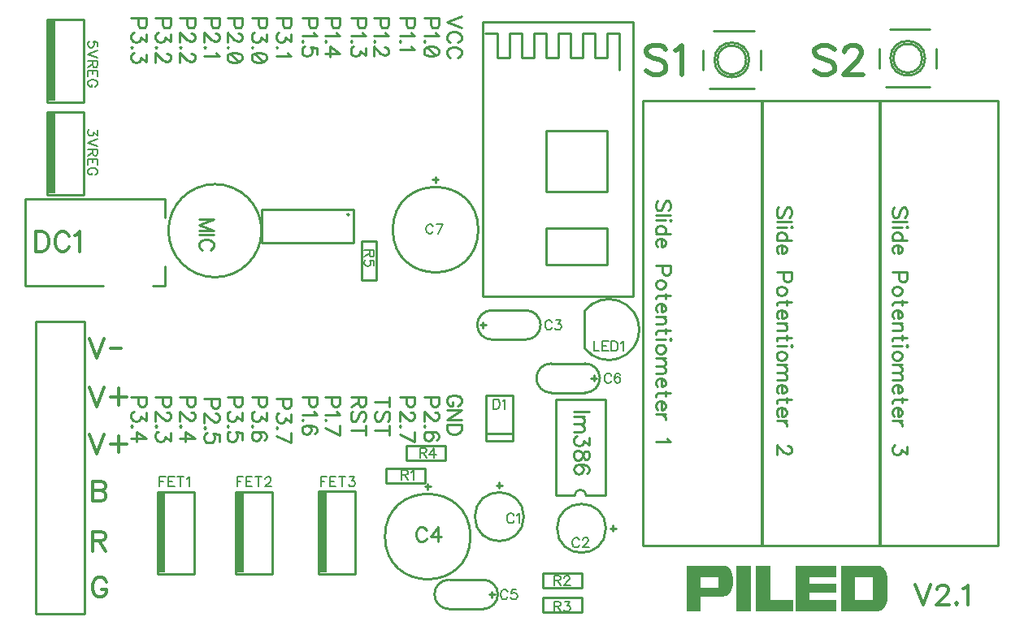
<source format=gbr>
G04 DipTrace 2.3.0.3*
%INTopSilk.gbr*%
%MOIN*%
%ADD10C,0.0098*%
%ADD12C,0.003*%
%ADD65C,0.0093*%
%ADD66C,0.0062*%
%ADD67C,0.0185*%
%ADD68C,0.0124*%
%FSLAX44Y44*%
G04*
G70*
G90*
G75*
G01*
%LNTopSilk*%
%LPD*%
X6382Y24882D2*
D10*
X4882D1*
Y21507D1*
X6382D1*
Y24882D1*
G36*
X5194Y24820D2*
X4882D1*
Y21570D1*
X5194D1*
Y24820D1*
G37*
X6382Y28682D2*
D10*
X4882D1*
Y25307D1*
X6382D1*
Y28682D1*
G36*
X5194Y28620D2*
X4882D1*
Y25370D1*
X5194D1*
Y28620D1*
G37*
X23297Y9580D2*
D10*
X23533D1*
X23415Y9698D2*
Y9462D1*
X22415Y8281D2*
G02X22415Y8281I1000J0D01*
G01*
X28083Y7924D2*
Y7688D1*
X28201Y7806D2*
X27965D1*
X25784D2*
G02X25784Y7806I1000J0D01*
G01*
X23108Y15555D2*
X24507D1*
X23108Y16755D2*
X24507D1*
Y15555D2*
G03X24507Y16755I1J600D01*
G01*
X23108D2*
G03X23108Y15555I-1J-600D01*
G01*
X22745Y16037D2*
Y16273D1*
X22627Y16155D2*
X22863D1*
X20359Y9527D2*
X20595D1*
X20477Y9645D2*
Y9409D1*
X18725Y7465D2*
G02X18725Y7465I1752J0D01*
G01*
X22752Y5694D2*
X21354D1*
X22752Y4494D2*
X21354D1*
Y5694D2*
G03X21354Y4494I-1J-600D01*
G01*
X22752D2*
G03X22752Y5694I1J600D01*
G01*
X23116Y5213D2*
Y4976D1*
X23234Y5094D2*
X22998D1*
X26936Y14571D2*
X25537D1*
X26936Y13371D2*
X25537D1*
Y14571D2*
G03X25537Y13371I-1J-600D01*
G01*
X26936D2*
G03X26936Y14571I1J600D01*
G01*
X27300Y14089D2*
Y13852D1*
X27418Y13971D2*
X27182D1*
X20681Y22127D2*
X20917D1*
X20799Y22245D2*
Y22009D1*
X19047Y20065D2*
G02X19047Y20065I1752J0D01*
G01*
X23967Y11393D2*
X22865D1*
Y11413D2*
Y13265D1*
X23967Y11692D2*
X22865D1*
X23967Y13265D2*
X22865D1*
X23967Y11413D2*
Y13265D1*
X14118Y9302D2*
X12618D1*
Y5927D1*
X14118D1*
Y9302D1*
G36*
X12930Y9240D2*
X12618D1*
Y5990D1*
X12930D1*
Y9240D1*
G37*
X10902Y9312D2*
D10*
X9402D1*
Y5937D1*
X10902D1*
Y9312D1*
G36*
X9714Y9250D2*
X9402D1*
Y6000D1*
X9714D1*
Y9250D1*
G37*
X17514Y9321D2*
D10*
X16014D1*
Y5946D1*
X17514D1*
Y9321D1*
G36*
X16326Y9258D2*
X16014D1*
Y6008D1*
X16326D1*
Y9258D1*
G37*
X9693Y18559D2*
D10*
Y17772D1*
X3984Y21315D2*
X9693D1*
Y20548D1*
Y17772D2*
X9200D1*
X7153D2*
X3984D1*
Y21315D1*
X26907Y15215D2*
Y16714D1*
X26909Y15212D2*
G03X26909Y16717I998J752D01*
G01*
X25719Y9150D2*
Y13087D1*
X27767D2*
X25719D1*
X27767Y9150D2*
Y13087D1*
Y9150D2*
X26979D1*
X25719D2*
X26507D1*
X26979D2*
G03X26507Y9150I-236J0D01*
G01*
X9845Y20025D2*
G02X9845Y20025I1909J0D01*
G01*
X18753Y10277D2*
Y9677D1*
X20356Y10277D2*
X18753D1*
X20356D2*
Y9677D1*
X18753D1*
X26812Y5352D2*
Y5952D1*
X25209Y5352D2*
X26812D1*
X25209D2*
Y5952D1*
X26812D1*
Y4362D2*
Y4962D1*
X25209Y4362D2*
X26812D1*
X25209D2*
Y4962D1*
X26812D1*
X21196Y10604D2*
Y11203D1*
X19593Y10604D2*
X21196D1*
X19593D2*
Y11203D1*
X21196D1*
X17767Y18003D2*
X18367D1*
X17767Y19606D2*
Y18003D1*
Y19606D2*
X18367D1*
Y18003D1*
X32240Y27035D2*
G02X32240Y27035I709J0D01*
G01*
X32043Y25854D2*
X33855D1*
X34130Y26641D2*
Y27429D1*
X33855Y28216D2*
X32201D1*
X31768Y27429D2*
Y26641D1*
X32359Y27035D2*
G02X32359Y27035I590J0D01*
G01*
X39458Y27105D2*
G02X39458Y27105I709J0D01*
G01*
X39261Y25924D2*
X41072D1*
X41348Y26711D2*
Y27499D1*
X41072Y28286D2*
X39419D1*
X38986Y27499D2*
Y26711D1*
X39576Y27105D2*
G02X39576Y27105I590J0D01*
G01*
X43883Y25362D2*
X39002D1*
Y7095D1*
X43883D1*
Y25362D1*
X39043Y25359D2*
X34161D1*
Y7091D1*
X39043D1*
Y25359D1*
X34198Y25362D2*
X29316D1*
Y7095D1*
X34198D1*
Y25362D1*
X17434Y20903D2*
X13684D1*
Y19528D1*
X17434D1*
Y20903D1*
X17184Y20684D2*
G02X17184Y20684I31J0D01*
G01*
X6407Y16295D2*
X4407D1*
Y4295D1*
X6407D1*
Y16295D1*
X22719Y28581D2*
X28917D1*
Y17329D1*
X22719D1*
Y28581D1*
X22827Y28145D2*
X23326D1*
Y27144D1*
X23826D1*
Y28145D1*
X24327D1*
Y27144D2*
Y28145D1*
X24827D2*
X25327D1*
X25826D2*
X26327D1*
X26827D2*
X27327D1*
X24327Y27144D2*
X24827D1*
Y28145D1*
X25327D2*
Y27144D1*
X25826D1*
Y28145D1*
X26327D2*
Y27144D1*
X26827D1*
Y28145D1*
X27327D2*
Y27144D1*
X27826D1*
Y28145D2*
Y27144D1*
Y28145D2*
X28327D1*
Y26645D1*
X25327Y20145D2*
X27826D1*
Y18644D1*
X25327D1*
Y20145D1*
Y24144D2*
X27826D1*
Y21645D1*
X25327D1*
Y24144D1*
X31099Y6278D2*
D12*
X32629D1*
X33139D2*
X33709D1*
X33949D2*
X34489D1*
X35569D2*
X37189D1*
X37429D2*
X38899D1*
X31099Y6248D2*
X32691D1*
X33139D2*
X33709D1*
X33949D2*
X34489D1*
X35569D2*
X37189D1*
X37429D2*
X38985D1*
X31099Y6218D2*
X32746D1*
X33139D2*
X33709D1*
X33949D2*
X34489D1*
X35569D2*
X37189D1*
X37429D2*
X39057D1*
X31099Y6188D2*
X32791D1*
X33139D2*
X33709D1*
X33949D2*
X34489D1*
X35569D2*
X37189D1*
X37429D2*
X39113D1*
X31099Y6158D2*
X32826D1*
X33139D2*
X33709D1*
X33949D2*
X34489D1*
X35569D2*
X37189D1*
X37429D2*
X39153D1*
X31099Y6128D2*
X32853D1*
X33139D2*
X33709D1*
X33949D2*
X34489D1*
X35569D2*
X37189D1*
X37429D2*
X39182D1*
X31099Y6098D2*
X32873D1*
X33139D2*
X33709D1*
X33949D2*
X34489D1*
X35569D2*
X37189D1*
X37429D2*
X39206D1*
X31099Y6068D2*
X32890D1*
X33139D2*
X33709D1*
X33949D2*
X34489D1*
X35569D2*
X37189D1*
X37429D2*
X39227D1*
X31099Y6038D2*
X32905D1*
X33139D2*
X33709D1*
X33949D2*
X34489D1*
X35569D2*
X37189D1*
X37429D2*
X39243D1*
X31099Y6008D2*
X32916D1*
X33139D2*
X33709D1*
X33949D2*
X34489D1*
X35569D2*
X37189D1*
X37429D2*
X39253D1*
X31099Y5978D2*
X32923D1*
X33139D2*
X33709D1*
X33949D2*
X34489D1*
X35569D2*
X37189D1*
X37429D2*
X39261D1*
X31099Y5948D2*
X32928D1*
X33139D2*
X33709D1*
X33949D2*
X34489D1*
X35569D2*
X37189D1*
X37429D2*
X39270D1*
X31099Y5918D2*
X32933D1*
X33139D2*
X33709D1*
X33949D2*
X34489D1*
X35569D2*
X37189D1*
X37429D2*
X39278D1*
X31099Y5888D2*
X32941D1*
X33139D2*
X33709D1*
X33949D2*
X34489D1*
X35569D2*
X37189D1*
X37429D2*
X39284D1*
X31099Y5858D2*
X32949D1*
X33139D2*
X33709D1*
X33949D2*
X34489D1*
X35569D2*
X37189D1*
X37429D2*
X39287D1*
X31099Y5828D2*
X32954D1*
X33139D2*
X33709D1*
X33949D2*
X34489D1*
X35569D2*
X37189D1*
X37429D2*
X39288D1*
X31099Y5798D2*
X31639D1*
X32389D2*
X32957D1*
X33139D2*
X33709D1*
X33949D2*
X34489D1*
X35569D2*
X36109D1*
X37429D2*
X37969D1*
X38749D2*
X39289D1*
X31099Y5768D2*
X31639D1*
X32389D2*
X32958D1*
X33139D2*
X33709D1*
X33949D2*
X34489D1*
X35569D2*
X36109D1*
X37429D2*
X37969D1*
X38749D2*
X39289D1*
X31099Y5738D2*
X31639D1*
X32389D2*
X32959D1*
X33139D2*
X33709D1*
X33949D2*
X34489D1*
X35569D2*
X36109D1*
X37429D2*
X37969D1*
X38749D2*
X39289D1*
X31099Y5708D2*
X31639D1*
X32389D2*
X32959D1*
X33139D2*
X33709D1*
X33949D2*
X34489D1*
X35569D2*
X36109D1*
X37429D2*
X37969D1*
X38749D2*
X39289D1*
X31099Y5678D2*
X31639D1*
X32389D2*
X32959D1*
X33139D2*
X33709D1*
X33949D2*
X34489D1*
X35569D2*
X36109D1*
X37429D2*
X37969D1*
X38749D2*
X39289D1*
X31099Y5648D2*
X31639D1*
X32389D2*
X32959D1*
X33139D2*
X33709D1*
X33949D2*
X34489D1*
X35569D2*
X36109D1*
X37429D2*
X37969D1*
X38749D2*
X39289D1*
X31099Y5618D2*
X31639D1*
X32389D2*
X32959D1*
X33139D2*
X33709D1*
X33949D2*
X34489D1*
X35569D2*
X36109D1*
X37429D2*
X37969D1*
X38749D2*
X39289D1*
X31099Y5588D2*
X31639D1*
X32389D2*
X32959D1*
X33139D2*
X33709D1*
X33949D2*
X34489D1*
X35569D2*
X36109D1*
X37429D2*
X37969D1*
X38749D2*
X39289D1*
X31099Y5558D2*
X31639D1*
X32389D2*
X32959D1*
X33139D2*
X33709D1*
X33949D2*
X34489D1*
X35569D2*
X36109D1*
X37429D2*
X37969D1*
X38749D2*
X39289D1*
X31099Y5528D2*
X31639D1*
X32389D2*
X32959D1*
X33139D2*
X33709D1*
X33949D2*
X34489D1*
X35569D2*
X37189D1*
X37429D2*
X37969D1*
X38749D2*
X39289D1*
X31099Y5498D2*
X31639D1*
X32389D2*
X32958D1*
X33139D2*
X33709D1*
X33949D2*
X34489D1*
X35569D2*
X37189D1*
X37429D2*
X37969D1*
X38749D2*
X39289D1*
X31099Y5468D2*
X31639D1*
X32389D2*
X32954D1*
X33139D2*
X33709D1*
X33949D2*
X34489D1*
X35569D2*
X37189D1*
X37429D2*
X37969D1*
X38749D2*
X39289D1*
X31099Y5438D2*
X31639D1*
X32389D2*
X32947D1*
X33139D2*
X33709D1*
X33949D2*
X34489D1*
X35569D2*
X37189D1*
X37429D2*
X37969D1*
X38749D2*
X39289D1*
X31099Y5408D2*
X31639D1*
X32389D2*
X32939D1*
X33139D2*
X33709D1*
X33949D2*
X34489D1*
X35569D2*
X37189D1*
X37429D2*
X37969D1*
X38749D2*
X39289D1*
X31099Y5378D2*
X32933D1*
X33139D2*
X33709D1*
X33949D2*
X34489D1*
X35569D2*
X37189D1*
X37429D2*
X37969D1*
X38749D2*
X39289D1*
X31099Y5348D2*
X32926D1*
X33139D2*
X33709D1*
X33949D2*
X34489D1*
X35569D2*
X37189D1*
X37429D2*
X37969D1*
X38749D2*
X39289D1*
X31099Y5318D2*
X32916D1*
X33139D2*
X33709D1*
X33949D2*
X34489D1*
X35569D2*
X37189D1*
X37429D2*
X37969D1*
X38749D2*
X39289D1*
X31099Y5288D2*
X32904D1*
X33139D2*
X33709D1*
X33949D2*
X34489D1*
X35569D2*
X37189D1*
X37429D2*
X37969D1*
X38749D2*
X39289D1*
X31099Y5258D2*
X32890D1*
X33139D2*
X33709D1*
X33949D2*
X34489D1*
X35569D2*
X37189D1*
X37429D2*
X37969D1*
X38749D2*
X39289D1*
X31099Y5228D2*
X32875D1*
X33139D2*
X33709D1*
X33949D2*
X34489D1*
X35569D2*
X37189D1*
X37429D2*
X37969D1*
X38749D2*
X39289D1*
X31099Y5198D2*
X32856D1*
X33139D2*
X33709D1*
X33949D2*
X34489D1*
X35569D2*
X37189D1*
X37429D2*
X37969D1*
X38749D2*
X39289D1*
X31099Y5168D2*
X32833D1*
X33139D2*
X33709D1*
X33949D2*
X34489D1*
X35569D2*
X36109D1*
X37429D2*
X37969D1*
X38749D2*
X39289D1*
X31099Y5138D2*
X32805D1*
X33139D2*
X33709D1*
X33949D2*
X34489D1*
X35569D2*
X36109D1*
X37429D2*
X37969D1*
X38749D2*
X39289D1*
X31099Y5108D2*
X32769D1*
X33139D2*
X33709D1*
X33949D2*
X34489D1*
X35569D2*
X36109D1*
X37429D2*
X37969D1*
X38749D2*
X39289D1*
X31099Y5078D2*
X32718D1*
X33139D2*
X33709D1*
X33949D2*
X34489D1*
X35569D2*
X36109D1*
X37429D2*
X37969D1*
X38749D2*
X39289D1*
X31099Y5048D2*
X32649D1*
X33139D2*
X33709D1*
X33949D2*
X34489D1*
X35569D2*
X36109D1*
X37429D2*
X37969D1*
X38749D2*
X39289D1*
X31099Y5018D2*
X32569D1*
X33139D2*
X33709D1*
X33949D2*
X34489D1*
X35569D2*
X36109D1*
X37429D2*
X37969D1*
X38749D2*
X39289D1*
X31099Y4988D2*
X31639D1*
X33139D2*
X33709D1*
X33949D2*
X34489D1*
X35569D2*
X36109D1*
X37429D2*
X37969D1*
X38749D2*
X39289D1*
X31099Y4958D2*
X31639D1*
X33139D2*
X33709D1*
X33949D2*
X34489D1*
X35569D2*
X36109D1*
X37429D2*
X37969D1*
X38749D2*
X39289D1*
X31099Y4928D2*
X31639D1*
X33139D2*
X33709D1*
X33949D2*
X34489D1*
X35569D2*
X36109D1*
X37429D2*
X37969D1*
X38749D2*
X39289D1*
X31099Y4898D2*
X31639D1*
X33139D2*
X33709D1*
X33949D2*
X34489D1*
X35569D2*
X36109D1*
X37429D2*
X37969D1*
X38749D2*
X39289D1*
X31099Y4868D2*
X31639D1*
X33139D2*
X33709D1*
X33949D2*
X35449D1*
X35569D2*
X37189D1*
X37429D2*
X39289D1*
X31099Y4838D2*
X31639D1*
X33139D2*
X33709D1*
X33949D2*
X35449D1*
X35569D2*
X37189D1*
X37429D2*
X39288D1*
X31099Y4808D2*
X31639D1*
X33139D2*
X33709D1*
X33949D2*
X35449D1*
X35569D2*
X37189D1*
X37429D2*
X39284D1*
X31099Y4778D2*
X31639D1*
X33139D2*
X33709D1*
X33949D2*
X35449D1*
X35569D2*
X37189D1*
X37429D2*
X39277D1*
X31099Y4748D2*
X31639D1*
X33139D2*
X33709D1*
X33949D2*
X35449D1*
X35569D2*
X37189D1*
X37429D2*
X39268D1*
X31099Y4718D2*
X31639D1*
X33139D2*
X33709D1*
X33949D2*
X35449D1*
X35569D2*
X37189D1*
X37429D2*
X39258D1*
X31099Y4688D2*
X31639D1*
X33139D2*
X33709D1*
X33949D2*
X35449D1*
X35569D2*
X37189D1*
X37429D2*
X39244D1*
X31099Y4658D2*
X31639D1*
X33139D2*
X33709D1*
X33949D2*
X35449D1*
X35569D2*
X37189D1*
X37429D2*
X39226D1*
X31099Y4628D2*
X31639D1*
X33139D2*
X33709D1*
X33949D2*
X35449D1*
X35569D2*
X37189D1*
X37429D2*
X39208D1*
X31099Y4598D2*
X31639D1*
X33139D2*
X33709D1*
X33949D2*
X35449D1*
X35569D2*
X37189D1*
X37429D2*
X39188D1*
X31099Y4568D2*
X31639D1*
X33139D2*
X33709D1*
X33949D2*
X35449D1*
X35569D2*
X37189D1*
X37429D2*
X39163D1*
X31099Y4538D2*
X31639D1*
X33139D2*
X33709D1*
X33949D2*
X35449D1*
X35569D2*
X37189D1*
X37429D2*
X39135D1*
X31099Y4508D2*
X31639D1*
X33139D2*
X33709D1*
X33949D2*
X35449D1*
X35569D2*
X37189D1*
X37429D2*
X39101D1*
X31099Y4478D2*
X31639D1*
X33139D2*
X33709D1*
X33949D2*
X35449D1*
X35569D2*
X37189D1*
X37429D2*
X39054D1*
X31099Y4448D2*
X31639D1*
X33139D2*
X33709D1*
X33949D2*
X35449D1*
X35569D2*
X37189D1*
X37429D2*
X38995D1*
X31099Y4418D2*
X31639D1*
X33139D2*
X33709D1*
X33949D2*
X35449D1*
X35569D2*
X37189D1*
X37429D2*
X38929D1*
X31099Y6278D2*
Y6248D1*
Y6218D1*
Y6188D1*
Y6158D1*
Y6128D1*
Y6098D1*
Y6068D1*
Y6038D1*
Y6008D1*
Y5978D1*
Y5948D1*
Y5918D1*
Y5888D1*
Y5858D1*
Y5828D1*
Y5798D1*
Y5768D1*
Y5738D1*
Y5708D1*
Y5678D1*
Y5648D1*
Y5618D1*
Y5588D1*
Y5558D1*
Y5528D1*
Y5498D1*
Y5468D1*
Y5438D1*
Y5408D1*
Y5378D1*
Y5348D1*
Y5318D1*
Y5288D1*
Y5258D1*
Y5228D1*
Y5198D1*
Y5168D1*
Y5138D1*
Y5108D1*
Y5078D1*
Y5048D1*
Y5018D1*
Y4988D1*
Y4958D1*
Y4928D1*
Y4898D1*
Y4868D1*
Y4838D1*
Y4808D1*
Y4778D1*
Y4748D1*
Y4718D1*
Y4688D1*
Y4658D1*
Y4628D1*
Y4598D1*
Y4568D1*
Y4538D1*
Y4508D1*
Y4478D1*
Y4448D1*
Y4418D1*
X32629Y6278D2*
X32691Y6248D1*
X32746Y6218D1*
X32791Y6188D1*
X32826Y6158D1*
X32853Y6128D1*
X32873Y6098D1*
X32890Y6068D1*
X32905Y6038D1*
X32916Y6008D1*
X32923Y5978D1*
X32928Y5948D1*
X32933Y5918D1*
X32941Y5888D1*
X32949Y5858D1*
X32954Y5828D1*
X32957Y5798D1*
X32958Y5768D1*
X32959Y5738D1*
Y5708D1*
Y5678D1*
Y5648D1*
Y5618D1*
Y5588D1*
Y5558D1*
Y5528D1*
X32958Y5498D1*
X32954Y5468D1*
X32947Y5438D1*
X32939Y5408D1*
X32933Y5378D1*
X32926Y5348D1*
X32916Y5318D1*
X32904Y5288D1*
X32890Y5258D1*
X32875Y5228D1*
X32856Y5198D1*
X32833Y5168D1*
X32805Y5138D1*
X32769Y5108D1*
X32718Y5078D1*
X32649Y5048D1*
X32569Y5018D1*
X33139Y6278D2*
Y6248D1*
Y6218D1*
Y6188D1*
Y6158D1*
Y6128D1*
Y6098D1*
Y6068D1*
Y6038D1*
Y6008D1*
Y5978D1*
Y5948D1*
Y5918D1*
Y5888D1*
Y5858D1*
Y5828D1*
Y5798D1*
Y5768D1*
Y5738D1*
Y5708D1*
Y5678D1*
Y5648D1*
Y5618D1*
Y5588D1*
Y5558D1*
Y5528D1*
Y5498D1*
Y5468D1*
Y5438D1*
Y5408D1*
Y5378D1*
Y5348D1*
Y5318D1*
Y5288D1*
Y5258D1*
Y5228D1*
Y5198D1*
Y5168D1*
Y5138D1*
Y5108D1*
Y5078D1*
Y5048D1*
Y5018D1*
Y4988D1*
Y4958D1*
Y4928D1*
Y4898D1*
Y4868D1*
Y4838D1*
Y4808D1*
Y4778D1*
Y4748D1*
Y4718D1*
Y4688D1*
Y4658D1*
Y4628D1*
Y4598D1*
Y4568D1*
Y4538D1*
Y4508D1*
Y4478D1*
Y4448D1*
Y4418D1*
X33709Y6278D2*
Y6248D1*
Y6218D1*
Y6188D1*
Y6158D1*
Y6128D1*
Y6098D1*
Y6068D1*
Y6038D1*
Y6008D1*
Y5978D1*
Y5948D1*
Y5918D1*
Y5888D1*
Y5858D1*
Y5828D1*
Y5798D1*
Y5768D1*
Y5738D1*
Y5708D1*
Y5678D1*
Y5648D1*
Y5618D1*
Y5588D1*
Y5558D1*
Y5528D1*
Y5498D1*
Y5468D1*
Y5438D1*
Y5408D1*
Y5378D1*
Y5348D1*
Y5318D1*
Y5288D1*
Y5258D1*
Y5228D1*
Y5198D1*
Y5168D1*
Y5138D1*
Y5108D1*
Y5078D1*
Y5048D1*
Y5018D1*
Y4988D1*
Y4958D1*
Y4928D1*
Y4898D1*
Y4868D1*
Y4838D1*
Y4808D1*
Y4778D1*
Y4748D1*
Y4718D1*
Y4688D1*
Y4658D1*
Y4628D1*
Y4598D1*
Y4568D1*
Y4538D1*
Y4508D1*
Y4478D1*
Y4448D1*
Y4418D1*
X33949Y6278D2*
Y6248D1*
Y6218D1*
Y6188D1*
Y6158D1*
Y6128D1*
Y6098D1*
Y6068D1*
Y6038D1*
Y6008D1*
Y5978D1*
Y5948D1*
Y5918D1*
Y5888D1*
Y5858D1*
Y5828D1*
Y5798D1*
Y5768D1*
Y5738D1*
Y5708D1*
Y5678D1*
Y5648D1*
Y5618D1*
Y5588D1*
Y5558D1*
Y5528D1*
Y5498D1*
Y5468D1*
Y5438D1*
Y5408D1*
Y5378D1*
Y5348D1*
Y5318D1*
Y5288D1*
Y5258D1*
Y5228D1*
Y5198D1*
Y5168D1*
Y5138D1*
Y5108D1*
Y5078D1*
Y5048D1*
Y5018D1*
Y4988D1*
Y4958D1*
Y4928D1*
Y4898D1*
Y4868D1*
Y4838D1*
Y4808D1*
Y4778D1*
Y4748D1*
Y4718D1*
Y4688D1*
Y4658D1*
Y4628D1*
Y4598D1*
Y4568D1*
Y4538D1*
Y4508D1*
Y4478D1*
Y4448D1*
Y4418D1*
X34489Y6278D2*
Y6248D1*
Y6218D1*
Y6188D1*
Y6158D1*
Y6128D1*
Y6098D1*
Y6068D1*
Y6038D1*
Y6008D1*
Y5978D1*
Y5948D1*
Y5918D1*
Y5888D1*
Y5858D1*
Y5828D1*
Y5798D1*
Y5768D1*
Y5738D1*
Y5708D1*
Y5678D1*
Y5648D1*
Y5618D1*
Y5588D1*
Y5558D1*
Y5528D1*
Y5498D1*
Y5468D1*
Y5438D1*
Y5408D1*
Y5378D1*
Y5348D1*
Y5318D1*
Y5288D1*
Y5258D1*
Y5228D1*
Y5198D1*
Y5168D1*
Y5138D1*
Y5108D1*
Y5078D1*
Y5048D1*
Y5018D1*
Y4988D1*
Y4958D1*
Y4928D1*
Y4898D1*
Y4868D1*
X35569Y6278D2*
Y6248D1*
Y6218D1*
Y6188D1*
Y6158D1*
Y6128D1*
Y6098D1*
Y6068D1*
Y6038D1*
Y6008D1*
Y5978D1*
Y5948D1*
Y5918D1*
Y5888D1*
Y5858D1*
Y5828D1*
Y5798D1*
Y5768D1*
Y5738D1*
Y5708D1*
Y5678D1*
Y5648D1*
Y5618D1*
Y5588D1*
Y5558D1*
Y5528D1*
Y5498D1*
Y5468D1*
Y5438D1*
Y5408D1*
Y5378D1*
Y5348D1*
Y5318D1*
Y5288D1*
Y5258D1*
Y5228D1*
Y5198D1*
Y5168D1*
Y5138D1*
Y5108D1*
Y5078D1*
Y5048D1*
Y5018D1*
Y4988D1*
Y4958D1*
Y4928D1*
Y4898D1*
Y4868D1*
Y4838D1*
Y4808D1*
Y4778D1*
Y4748D1*
Y4718D1*
Y4688D1*
Y4658D1*
Y4628D1*
Y4598D1*
Y4568D1*
Y4538D1*
Y4508D1*
Y4478D1*
Y4448D1*
Y4418D1*
X37189Y6278D2*
Y6248D1*
Y6218D1*
Y6188D1*
Y6158D1*
Y6128D1*
Y6098D1*
Y6068D1*
Y6038D1*
Y6008D1*
Y5978D1*
Y5948D1*
Y5918D1*
Y5888D1*
Y5858D1*
Y5828D1*
X37429Y6278D2*
Y6248D1*
Y6218D1*
Y6188D1*
Y6158D1*
Y6128D1*
Y6098D1*
Y6068D1*
Y6038D1*
Y6008D1*
Y5978D1*
Y5948D1*
Y5918D1*
Y5888D1*
Y5858D1*
Y5828D1*
Y5798D1*
Y5768D1*
Y5738D1*
Y5708D1*
Y5678D1*
Y5648D1*
Y5618D1*
Y5588D1*
Y5558D1*
Y5528D1*
Y5498D1*
Y5468D1*
Y5438D1*
Y5408D1*
Y5378D1*
Y5348D1*
Y5318D1*
Y5288D1*
Y5258D1*
Y5228D1*
Y5198D1*
Y5168D1*
Y5138D1*
Y5108D1*
Y5078D1*
Y5048D1*
Y5018D1*
Y4988D1*
Y4958D1*
Y4928D1*
Y4898D1*
Y4868D1*
Y4838D1*
Y4808D1*
Y4778D1*
Y4748D1*
Y4718D1*
Y4688D1*
Y4658D1*
Y4628D1*
Y4598D1*
Y4568D1*
Y4538D1*
Y4508D1*
Y4478D1*
Y4448D1*
Y4418D1*
X38899Y6278D2*
X38985Y6248D1*
X39057Y6218D1*
X39113Y6188D1*
X39153Y6158D1*
X39182Y6128D1*
X39206Y6098D1*
X39227Y6068D1*
X39243Y6038D1*
X39253Y6008D1*
X39261Y5978D1*
X39270Y5948D1*
X39278Y5918D1*
X39284Y5888D1*
X39287Y5858D1*
X39288Y5828D1*
X39289Y5798D1*
Y5768D1*
Y5738D1*
Y5708D1*
Y5678D1*
Y5648D1*
Y5618D1*
Y5588D1*
Y5558D1*
Y5528D1*
Y5498D1*
Y5468D1*
Y5438D1*
Y5408D1*
Y5378D1*
Y5348D1*
Y5318D1*
Y5288D1*
Y5258D1*
Y5228D1*
Y5198D1*
Y5168D1*
Y5138D1*
Y5108D1*
Y5078D1*
Y5048D1*
Y5018D1*
Y4988D1*
Y4958D1*
Y4928D1*
Y4898D1*
Y4868D1*
X39288Y4838D1*
X39284Y4808D1*
X39277Y4778D1*
X39268Y4748D1*
X39258Y4718D1*
X39244Y4688D1*
X39226Y4658D1*
X39208Y4628D1*
X39188Y4598D1*
X39163Y4568D1*
X39135Y4538D1*
X39101Y4508D1*
X39054Y4478D1*
X38995Y4448D1*
X38929Y4418D1*
X31639Y5828D2*
Y5798D1*
Y5768D1*
Y5738D1*
Y5708D1*
Y5678D1*
Y5648D1*
Y5618D1*
Y5588D1*
Y5558D1*
Y5528D1*
Y5498D1*
Y5468D1*
Y5438D1*
Y5408D1*
Y5378D1*
X32389Y5828D2*
Y5798D1*
Y5768D1*
Y5738D1*
Y5708D1*
Y5678D1*
Y5648D1*
Y5618D1*
Y5588D1*
Y5558D1*
Y5528D1*
Y5498D1*
Y5468D1*
Y5438D1*
Y5408D1*
Y5378D1*
X36109Y5828D2*
Y5798D1*
Y5768D1*
Y5738D1*
Y5708D1*
Y5678D1*
Y5648D1*
Y5618D1*
Y5588D1*
Y5558D1*
Y5528D1*
X37969Y5828D2*
Y5798D1*
Y5768D1*
Y5738D1*
Y5708D1*
Y5678D1*
Y5648D1*
Y5618D1*
Y5588D1*
Y5558D1*
Y5528D1*
Y5498D1*
Y5468D1*
Y5438D1*
Y5408D1*
Y5378D1*
Y5348D1*
Y5318D1*
Y5288D1*
Y5258D1*
Y5228D1*
Y5198D1*
Y5168D1*
Y5138D1*
Y5108D1*
Y5078D1*
Y5048D1*
Y5018D1*
Y4988D1*
Y4958D1*
Y4928D1*
Y4898D1*
Y4868D1*
X38749Y5828D2*
Y5798D1*
Y5768D1*
Y5738D1*
Y5708D1*
Y5678D1*
Y5648D1*
Y5618D1*
Y5588D1*
Y5558D1*
Y5528D1*
Y5498D1*
Y5468D1*
Y5438D1*
Y5408D1*
Y5378D1*
Y5348D1*
Y5318D1*
Y5288D1*
Y5258D1*
Y5228D1*
Y5198D1*
Y5168D1*
Y5138D1*
Y5108D1*
Y5078D1*
Y5048D1*
Y5018D1*
Y4988D1*
Y4958D1*
Y4928D1*
Y4898D1*
Y4868D1*
X37189Y5528D2*
Y5498D1*
Y5468D1*
Y5438D1*
Y5408D1*
Y5378D1*
Y5348D1*
Y5318D1*
Y5288D1*
Y5258D1*
Y5228D1*
Y5198D1*
X36109D2*
Y5168D1*
Y5138D1*
Y5108D1*
Y5078D1*
Y5048D1*
Y5018D1*
Y4988D1*
Y4958D1*
Y4928D1*
Y4898D1*
Y4868D1*
X31639Y5018D2*
Y4988D1*
Y4958D1*
Y4928D1*
Y4898D1*
Y4868D1*
Y4838D1*
Y4808D1*
Y4778D1*
Y4748D1*
Y4718D1*
Y4688D1*
Y4658D1*
Y4628D1*
Y4598D1*
Y4568D1*
Y4538D1*
Y4508D1*
Y4478D1*
Y4448D1*
Y4418D1*
X35449Y4868D2*
Y4838D1*
Y4808D1*
Y4778D1*
Y4748D1*
Y4718D1*
Y4688D1*
Y4658D1*
Y4628D1*
Y4598D1*
Y4568D1*
Y4538D1*
Y4508D1*
Y4478D1*
Y4448D1*
Y4418D1*
X37189Y4868D2*
Y4838D1*
Y4808D1*
Y4778D1*
Y4748D1*
Y4718D1*
Y4688D1*
Y4658D1*
Y4628D1*
Y4598D1*
Y4568D1*
Y4538D1*
Y4508D1*
Y4478D1*
Y4448D1*
Y4418D1*
X40047Y20579D2*
D65*
X40105Y20636D1*
X40133Y20723D1*
Y20837D1*
X40105Y20924D1*
X40047Y20981D1*
X39990D1*
X39932Y20952D1*
X39904Y20924D1*
X39875Y20867D1*
X39818Y20694D1*
X39789Y20636D1*
X39760Y20608D1*
X39703Y20579D1*
X39617D1*
X39560Y20636D1*
X39530Y20723D1*
Y20837D1*
X39560Y20924D1*
X39617Y20981D1*
X40133Y20394D2*
X39530D1*
X40133Y20209D2*
X40105Y20180D1*
X40133Y20151D1*
X40163Y20180D1*
X40133Y20209D1*
X39932Y20180D2*
X39530D1*
X40133Y19622D2*
X39530D1*
X39846D2*
X39904Y19679D1*
X39932Y19736D1*
Y19823D1*
X39904Y19880D1*
X39846Y19937D1*
X39760Y19966D1*
X39703D1*
X39617Y19937D1*
X39560Y19880D1*
X39530Y19823D1*
Y19736D1*
X39560Y19679D1*
X39617Y19622D1*
X39760Y19436D2*
Y19092D1*
X39818D1*
X39875Y19121D1*
X39904Y19149D1*
X39932Y19207D1*
Y19293D1*
X39904Y19350D1*
X39846Y19408D1*
X39760Y19436D1*
X39703D1*
X39617Y19408D1*
X39560Y19350D1*
X39530Y19293D1*
Y19207D1*
X39560Y19149D1*
X39617Y19092D1*
X39818Y18324D2*
Y18065D1*
X39846Y17979D1*
X39875Y17950D1*
X39932Y17922D1*
X40019D1*
X40076Y17950D1*
X40105Y17979D1*
X40133Y18065D1*
Y18324D1*
X39530D1*
X39932Y17593D2*
X39904Y17650D1*
X39846Y17708D1*
X39760Y17737D1*
X39703D1*
X39617Y17708D1*
X39560Y17650D1*
X39530Y17593D1*
Y17507D1*
X39560Y17449D1*
X39617Y17392D1*
X39703Y17363D1*
X39760D1*
X39846Y17392D1*
X39904Y17449D1*
X39932Y17507D1*
Y17593D1*
X40133Y17092D2*
X39645D1*
X39560Y17063D1*
X39530Y17005D1*
Y16948D1*
X39932Y17178D2*
Y16977D1*
X39760Y16763D2*
Y16419D1*
X39818D1*
X39875Y16447D1*
X39904Y16476D1*
X39932Y16534D1*
Y16620D1*
X39904Y16677D1*
X39846Y16735D1*
X39760Y16763D1*
X39703D1*
X39617Y16735D1*
X39560Y16677D1*
X39530Y16620D1*
Y16534D1*
X39560Y16476D1*
X39617Y16419D1*
X39932Y16234D2*
X39530D1*
X39818D2*
X39904Y16147D1*
X39932Y16090D1*
Y16004D1*
X39904Y15946D1*
X39818Y15918D1*
X39530D1*
X40133Y15646D2*
X39645D1*
X39560Y15618D1*
X39530Y15560D1*
Y15503D1*
X39932Y15733D2*
Y15532D1*
X40133Y15318D2*
X40105Y15289D1*
X40133Y15260D1*
X40163Y15289D1*
X40133Y15318D1*
X39932Y15289D2*
X39530D1*
X39932Y14932D2*
X39904Y14989D1*
X39846Y15046D1*
X39760Y15075D1*
X39703D1*
X39617Y15046D1*
X39560Y14989D1*
X39530Y14932D1*
Y14845D1*
X39560Y14788D1*
X39617Y14731D1*
X39703Y14701D1*
X39760D1*
X39846Y14731D1*
X39904Y14788D1*
X39932Y14845D1*
Y14932D1*
Y14516D2*
X39530D1*
X39818D2*
X39904Y14430D1*
X39932Y14372D1*
Y14287D1*
X39904Y14229D1*
X39818Y14201D1*
X39530D1*
X39818D2*
X39904Y14114D1*
X39932Y14057D1*
Y13971D1*
X39904Y13913D1*
X39818Y13884D1*
X39530D1*
X39760Y13699D2*
Y13355D1*
X39818D1*
X39875Y13383D1*
X39904Y13412D1*
X39932Y13469D1*
Y13556D1*
X39904Y13613D1*
X39846Y13670D1*
X39760Y13699D1*
X39703D1*
X39617Y13670D1*
X39560Y13613D1*
X39530Y13556D1*
Y13469D1*
X39560Y13412D1*
X39617Y13355D1*
X40133Y13083D2*
X39645D1*
X39560Y13055D1*
X39530Y12997D1*
Y12940D1*
X39932Y13169D2*
Y12968D1*
X39760Y12755D2*
Y12410D1*
X39818D1*
X39875Y12439D1*
X39904Y12467D1*
X39932Y12525D1*
Y12611D1*
X39904Y12668D1*
X39846Y12726D1*
X39760Y12755D1*
X39703D1*
X39617Y12726D1*
X39560Y12668D1*
X39530Y12611D1*
Y12525D1*
X39560Y12467D1*
X39617Y12410D1*
X39932Y12225D2*
X39530D1*
X39760D2*
X39846Y12196D1*
X39904Y12139D1*
X39932Y12081D1*
Y11995D1*
X40133Y11169D2*
Y10854D1*
X39903Y11026D1*
Y10939D1*
X39875Y10882D1*
X39846Y10854D1*
X39760Y10825D1*
X39703D1*
X39617Y10854D1*
X39559Y10911D1*
X39530Y10997D1*
Y11083D1*
X39559Y11169D1*
X39588Y11197D1*
X39645Y11227D1*
X35305Y20579D2*
X35363Y20636D1*
X35391Y20723D1*
Y20837D1*
X35363Y20924D1*
X35305Y20981D1*
X35248D1*
X35190Y20952D1*
X35162Y20924D1*
X35133Y20867D1*
X35075Y20694D1*
X35047Y20636D1*
X35018Y20608D1*
X34961Y20579D1*
X34875D1*
X34817Y20636D1*
X34788Y20723D1*
Y20837D1*
X34817Y20924D1*
X34875Y20981D1*
X35391Y20394D2*
X34788D1*
X35391Y20209D2*
X35363Y20180D1*
X35391Y20151D1*
X35420Y20180D1*
X35391Y20209D1*
X35190Y20180D2*
X34788D1*
X35391Y19622D2*
X34788D1*
X35104D2*
X35162Y19679D1*
X35190Y19736D1*
Y19823D1*
X35162Y19880D1*
X35104Y19937D1*
X35018Y19966D1*
X34961D1*
X34875Y19937D1*
X34817Y19880D1*
X34788Y19823D1*
Y19736D1*
X34817Y19679D1*
X34875Y19622D1*
X35018Y19436D2*
Y19092D1*
X35075D1*
X35133Y19121D1*
X35162Y19149D1*
X35190Y19207D1*
Y19293D1*
X35162Y19350D1*
X35104Y19408D1*
X35018Y19436D1*
X34961D1*
X34875Y19408D1*
X34817Y19350D1*
X34788Y19293D1*
Y19207D1*
X34817Y19149D1*
X34875Y19092D1*
X35075Y18324D2*
Y18065D1*
X35104Y17979D1*
X35133Y17950D1*
X35190Y17922D1*
X35276D1*
X35333Y17950D1*
X35363Y17979D1*
X35391Y18065D1*
Y18324D1*
X34788D1*
X35190Y17593D2*
X35162Y17650D1*
X35104Y17708D1*
X35018Y17737D1*
X34961D1*
X34875Y17708D1*
X34817Y17650D1*
X34788Y17593D1*
Y17507D1*
X34817Y17449D1*
X34875Y17392D1*
X34961Y17363D1*
X35018D1*
X35104Y17392D1*
X35162Y17449D1*
X35190Y17507D1*
Y17593D1*
X35391Y17092D2*
X34903D1*
X34817Y17063D1*
X34788Y17005D1*
Y16948D1*
X35190Y17178D2*
Y16977D1*
X35018Y16763D2*
Y16419D1*
X35075D1*
X35133Y16447D1*
X35162Y16476D1*
X35190Y16534D1*
Y16620D1*
X35162Y16677D1*
X35104Y16735D1*
X35018Y16763D1*
X34961D1*
X34875Y16735D1*
X34817Y16677D1*
X34788Y16620D1*
Y16534D1*
X34817Y16476D1*
X34875Y16419D1*
X35190Y16234D2*
X34788D1*
X35075D2*
X35162Y16147D1*
X35190Y16090D1*
Y16004D1*
X35162Y15946D1*
X35075Y15918D1*
X34788D1*
X35391Y15646D2*
X34903D1*
X34817Y15618D1*
X34788Y15560D1*
Y15503D1*
X35190Y15733D2*
Y15532D1*
X35391Y15318D2*
X35363Y15289D1*
X35391Y15260D1*
X35420Y15289D1*
X35391Y15318D1*
X35190Y15289D2*
X34788D1*
X35190Y14932D2*
X35162Y14989D1*
X35104Y15046D1*
X35018Y15075D1*
X34961D1*
X34875Y15046D1*
X34817Y14989D1*
X34788Y14932D1*
Y14845D1*
X34817Y14788D1*
X34875Y14731D1*
X34961Y14701D1*
X35018D1*
X35104Y14731D1*
X35162Y14788D1*
X35190Y14845D1*
Y14932D1*
Y14516D2*
X34788D1*
X35075D2*
X35162Y14430D1*
X35190Y14372D1*
Y14287D1*
X35162Y14229D1*
X35075Y14201D1*
X34788D1*
X35075D2*
X35162Y14114D1*
X35190Y14057D1*
Y13971D1*
X35162Y13913D1*
X35075Y13884D1*
X34788D1*
X35018Y13699D2*
Y13355D1*
X35075D1*
X35133Y13383D1*
X35162Y13412D1*
X35190Y13469D1*
Y13556D1*
X35162Y13613D1*
X35104Y13670D1*
X35018Y13699D1*
X34961D1*
X34875Y13670D1*
X34817Y13613D1*
X34788Y13556D1*
Y13469D1*
X34817Y13412D1*
X34875Y13355D1*
X35391Y13083D2*
X34903D1*
X34817Y13055D1*
X34788Y12997D1*
Y12940D1*
X35190Y13169D2*
Y12968D1*
X35018Y12755D2*
Y12410D1*
X35075D1*
X35133Y12439D1*
X35162Y12467D1*
X35190Y12525D1*
Y12611D1*
X35162Y12668D1*
X35104Y12726D1*
X35018Y12755D1*
X34961D1*
X34875Y12726D1*
X34817Y12668D1*
X34788Y12611D1*
Y12525D1*
X34817Y12467D1*
X34875Y12410D1*
X35190Y12225D2*
X34788D1*
X35018D2*
X35104Y12196D1*
X35162Y12139D1*
X35190Y12081D1*
Y11995D1*
X35247Y11197D2*
X35276D1*
X35333Y11169D1*
X35362Y11140D1*
X35391Y11083D1*
Y10968D1*
X35362Y10911D1*
X35333Y10882D1*
X35276Y10853D1*
X35219D1*
X35161Y10882D1*
X35075Y10939D1*
X34788Y11227D1*
Y10825D1*
X30340Y20847D2*
X30398Y20904D1*
X30426Y20990D1*
Y21105D1*
X30398Y21191D1*
X30340Y21249D1*
X30283D1*
X30225Y21220D1*
X30197Y21191D1*
X30168Y21134D1*
X30110Y20962D1*
X30082Y20904D1*
X30053Y20876D1*
X29996Y20847D1*
X29909D1*
X29852Y20904D1*
X29823Y20990D1*
Y21105D1*
X29852Y21191D1*
X29909Y21249D1*
X30426Y20662D2*
X29823D1*
X30426Y20477D2*
X30398Y20448D1*
X30426Y20419D1*
X30455Y20448D1*
X30426Y20477D1*
X30225Y20448D2*
X29823D1*
X30426Y19889D2*
X29823D1*
X30139D2*
X30197Y19946D1*
X30225Y20004D1*
Y20090D1*
X30197Y20147D1*
X30139Y20205D1*
X30053Y20234D1*
X29996D1*
X29909Y20205D1*
X29852Y20147D1*
X29823Y20090D1*
Y20004D1*
X29852Y19946D1*
X29909Y19889D1*
X30053Y19704D2*
Y19360D1*
X30110D1*
X30168Y19388D1*
X30197Y19417D1*
X30225Y19475D1*
Y19561D1*
X30197Y19618D1*
X30139Y19676D1*
X30053Y19704D1*
X29996D1*
X29909Y19676D1*
X29852Y19618D1*
X29823Y19561D1*
Y19475D1*
X29852Y19417D1*
X29909Y19360D1*
X30110Y18591D2*
Y18333D1*
X30139Y18247D1*
X30168Y18218D1*
X30225Y18190D1*
X30311D1*
X30368Y18218D1*
X30398Y18247D1*
X30426Y18333D1*
Y18591D1*
X29823D1*
X30225Y17861D2*
X30197Y17918D1*
X30139Y17976D1*
X30053Y18004D1*
X29996D1*
X29909Y17976D1*
X29852Y17918D1*
X29823Y17861D1*
Y17775D1*
X29852Y17717D1*
X29909Y17660D1*
X29996Y17631D1*
X30053D1*
X30139Y17660D1*
X30197Y17717D1*
X30225Y17775D1*
Y17861D1*
X30426Y17359D2*
X29938D1*
X29852Y17331D1*
X29823Y17273D1*
Y17216D1*
X30225Y17446D2*
Y17245D1*
X30053Y17031D2*
Y16687D1*
X30110D1*
X30168Y16715D1*
X30197Y16744D1*
X30225Y16801D1*
Y16888D1*
X30197Y16945D1*
X30139Y17002D1*
X30053Y17031D1*
X29996D1*
X29909Y17002D1*
X29852Y16945D1*
X29823Y16888D1*
Y16801D1*
X29852Y16744D1*
X29909Y16687D1*
X30225Y16501D2*
X29823D1*
X30110D2*
X30197Y16415D1*
X30225Y16357D1*
Y16272D1*
X30197Y16214D1*
X30110Y16186D1*
X29823D1*
X30426Y15914D2*
X29938D1*
X29852Y15886D1*
X29823Y15828D1*
Y15771D1*
X30225Y16000D2*
Y15799D1*
X30426Y15586D2*
X30398Y15557D1*
X30426Y15528D1*
X30455Y15557D1*
X30426Y15586D1*
X30225Y15557D2*
X29823D1*
X30225Y15199D2*
X30197Y15256D1*
X30139Y15314D1*
X30053Y15343D1*
X29996D1*
X29909Y15314D1*
X29852Y15256D1*
X29823Y15199D1*
Y15113D1*
X29852Y15055D1*
X29909Y14998D1*
X29996Y14969D1*
X30053D1*
X30139Y14998D1*
X30197Y15055D1*
X30225Y15113D1*
Y15199D1*
Y14784D2*
X29823D1*
X30110D2*
X30197Y14698D1*
X30225Y14640D1*
Y14554D1*
X30197Y14497D1*
X30110Y14468D1*
X29823D1*
X30110D2*
X30197Y14382D1*
X30225Y14324D1*
Y14239D1*
X30197Y14181D1*
X30110Y14152D1*
X29823D1*
X30053Y13967D2*
Y13622D1*
X30110D1*
X30168Y13651D1*
X30197Y13679D1*
X30225Y13737D1*
Y13823D1*
X30197Y13880D1*
X30139Y13938D1*
X30053Y13967D1*
X29996D1*
X29909Y13938D1*
X29852Y13880D1*
X29823Y13823D1*
Y13737D1*
X29852Y13679D1*
X29909Y13622D1*
X30426Y13351D2*
X29938D1*
X29852Y13322D1*
X29823Y13265D1*
Y13208D1*
X30225Y13437D2*
Y13236D1*
X30053Y13022D2*
Y12678D1*
X30110D1*
X30168Y12707D1*
X30197Y12735D1*
X30225Y12793D1*
Y12879D1*
X30197Y12936D1*
X30139Y12994D1*
X30053Y13022D1*
X29996D1*
X29909Y12994D1*
X29852Y12936D1*
X29823Y12879D1*
Y12793D1*
X29852Y12735D1*
X29909Y12678D1*
X30225Y12493D2*
X29823D1*
X30053D2*
X30139Y12464D1*
X30197Y12407D1*
X30225Y12349D1*
Y12263D1*
X30311Y11494D2*
X30340Y11437D1*
X30425Y11350D1*
X29823D1*
X27086Y12594D2*
X26483D1*
X26885Y12409D2*
X26483D1*
X26770D2*
X26856Y12323D1*
X26885Y12265D1*
Y12180D1*
X26856Y12122D1*
X26770Y12094D1*
X26483D1*
X26770D2*
X26856Y12007D1*
X26885Y11950D1*
Y11864D1*
X26856Y11806D1*
X26770Y11777D1*
X26483D1*
X27085Y11534D2*
Y11219D1*
X26856Y11391D1*
Y11305D1*
X26827Y11248D1*
X26799Y11219D1*
X26712Y11190D1*
X26655D1*
X26569Y11219D1*
X26511Y11276D1*
X26483Y11362D1*
Y11449D1*
X26511Y11534D1*
X26541Y11563D1*
X26598Y11592D1*
X27085Y10861D2*
X27057Y10947D1*
X27000Y10976D1*
X26942D1*
X26885Y10947D1*
X26856Y10890D1*
X26827Y10775D1*
X26799Y10689D1*
X26741Y10632D1*
X26684Y10603D1*
X26598D1*
X26541Y10632D1*
X26511Y10660D1*
X26483Y10747D1*
Y10861D1*
X26511Y10947D1*
X26541Y10976D1*
X26598Y11005D1*
X26684D1*
X26741Y10976D1*
X26799Y10918D1*
X26827Y10833D1*
X26856Y10718D1*
X26885Y10660D1*
X26942Y10632D1*
X27000D1*
X27057Y10660D1*
X27085Y10747D1*
Y10861D1*
X27000Y10074D2*
X27057Y10102D1*
X27085Y10189D1*
Y10246D1*
X27057Y10332D1*
X26970Y10390D1*
X26827Y10418D1*
X26684D1*
X26569Y10390D1*
X26511Y10332D1*
X26483Y10246D1*
Y10217D1*
X26511Y10132D1*
X26569Y10074D1*
X26655Y10045D1*
X26684D1*
X26770Y10074D1*
X26827Y10132D1*
X26856Y10217D1*
Y10246D1*
X26827Y10332D1*
X26770Y10390D1*
X26684Y10418D1*
X21860Y28829D2*
X21257Y28600D1*
X21860Y28370D1*
X21716Y27755D2*
X21773Y27783D1*
X21831Y27841D1*
X21860Y27898D1*
Y28013D1*
X21831Y28070D1*
X21773Y28127D1*
X21716Y28157D1*
X21630Y28185D1*
X21486D1*
X21401Y28157D1*
X21343Y28127D1*
X21286Y28070D1*
X21257Y28013D1*
Y27898D1*
X21286Y27841D1*
X21343Y27783D1*
X21401Y27755D1*
X21716Y27139D2*
X21773Y27168D1*
X21831Y27225D1*
X21860Y27282D1*
Y27397D1*
X21831Y27455D1*
X21773Y27512D1*
X21716Y27541D1*
X21630Y27569D1*
X21486D1*
X21401Y27541D1*
X21343Y27512D1*
X21286Y27455D1*
X21257Y27397D1*
Y27282D1*
X21286Y27225D1*
X21343Y27168D1*
X21401Y27139D1*
X20606Y28751D2*
Y28492D1*
X20635Y28406D1*
X20664Y28377D1*
X20721Y28349D1*
X20807D1*
X20864Y28377D1*
X20894Y28406D1*
X20922Y28492D1*
Y28751D1*
X20319D1*
X20807Y28163D2*
X20836Y28106D1*
X20921Y28020D1*
X20319D1*
X20377Y27806D2*
X20348Y27834D1*
X20319Y27806D1*
X20348Y27777D1*
X20377Y27806D1*
X20921Y27419D2*
X20893Y27505D1*
X20807Y27563D1*
X20663Y27591D1*
X20577D1*
X20434Y27563D1*
X20348Y27505D1*
X20319Y27419D1*
Y27362D1*
X20348Y27276D1*
X20434Y27219D1*
X20577Y27189D1*
X20663D1*
X20807Y27219D1*
X20893Y27276D1*
X20921Y27362D1*
Y27419D1*
X20807Y27219D2*
X20434Y27563D1*
X19606Y28751D2*
Y28492D1*
X19635Y28406D1*
X19664Y28377D1*
X19721Y28349D1*
X19807D1*
X19864Y28377D1*
X19893Y28406D1*
X19922Y28492D1*
Y28751D1*
X19319D1*
X19807Y28163D2*
X19836Y28106D1*
X19921Y28020D1*
X19319D1*
X19377Y27806D2*
X19348Y27834D1*
X19319Y27806D1*
X19348Y27777D1*
X19377Y27806D1*
X19807Y27591D2*
X19836Y27534D1*
X19921Y27447D1*
X19319D1*
X18544Y28751D2*
Y28492D1*
X18572Y28406D1*
X18601Y28377D1*
X18658Y28349D1*
X18745D1*
X18802Y28377D1*
X18831Y28406D1*
X18859Y28492D1*
Y28751D1*
X18256D1*
X18744Y28163D2*
X18773Y28106D1*
X18859Y28020D1*
X18256D1*
X18314Y27806D2*
X18285Y27834D1*
X18256Y27806D1*
X18285Y27777D1*
X18314Y27806D1*
X18715Y27562D2*
X18744D1*
X18802Y27534D1*
X18830Y27505D1*
X18859Y27447D1*
Y27333D1*
X18830Y27276D1*
X18802Y27247D1*
X18744Y27218D1*
X18687D1*
X18629Y27247D1*
X18544Y27304D1*
X18256Y27591D1*
Y27189D1*
X17606Y28751D2*
Y28492D1*
X17635Y28406D1*
X17664Y28377D1*
X17721Y28349D1*
X17807D1*
X17864Y28377D1*
X17893Y28406D1*
X17922Y28492D1*
Y28751D1*
X17319D1*
X17806Y28163D2*
X17836Y28106D1*
X17921Y28020D1*
X17319D1*
X17377Y27806D2*
X17347Y27834D1*
X17319Y27806D1*
X17347Y27777D1*
X17377Y27806D1*
X17921Y27534D2*
Y27219D1*
X17692Y27390D1*
Y27304D1*
X17663Y27247D1*
X17635Y27219D1*
X17548Y27189D1*
X17491D1*
X17405Y27219D1*
X17347Y27276D1*
X17319Y27362D1*
Y27448D1*
X17347Y27534D1*
X17377Y27562D1*
X17434Y27591D1*
X16543Y28751D2*
Y28492D1*
X16572Y28406D1*
X16601Y28377D1*
X16658Y28349D1*
X16744D1*
X16801Y28377D1*
X16831Y28406D1*
X16859Y28492D1*
Y28751D1*
X16256D1*
X16744Y28163D2*
X16773Y28106D1*
X16858Y28020D1*
X16256D1*
X16314Y27806D2*
X16285Y27834D1*
X16256Y27806D1*
X16285Y27777D1*
X16314Y27806D1*
X16256Y27304D2*
X16858D1*
X16457Y27591D1*
Y27161D1*
X14543Y28751D2*
Y28492D1*
X14572Y28406D1*
X14601Y28377D1*
X14658Y28349D1*
X14744D1*
X14801Y28377D1*
X14830Y28406D1*
X14859Y28492D1*
Y28751D1*
X14256D1*
X14858Y28106D2*
Y27791D1*
X14629Y27963D1*
Y27876D1*
X14600Y27819D1*
X14572Y27791D1*
X14486Y27762D1*
X14428D1*
X14342Y27791D1*
X14285Y27848D1*
X14256Y27934D1*
Y28020D1*
X14285Y28106D1*
X14314Y28134D1*
X14371Y28163D1*
X14314Y27548D2*
X14285Y27576D1*
X14256Y27548D1*
X14285Y27519D1*
X14314Y27548D1*
X14744Y27333D2*
X14773Y27276D1*
X14858Y27189D1*
X14256D1*
X15606Y28751D2*
Y28492D1*
X15634Y28406D1*
X15664Y28377D1*
X15721Y28349D1*
X15807D1*
X15864Y28377D1*
X15893Y28406D1*
X15922Y28492D1*
Y28751D1*
X15319D1*
X15806Y28163D2*
X15835Y28106D1*
X15921Y28020D1*
X15319D1*
X15376Y27806D2*
X15347Y27834D1*
X15319Y27806D1*
X15347Y27777D1*
X15376Y27806D1*
X15921Y27247D2*
Y27534D1*
X15663Y27562D1*
X15691Y27534D1*
X15721Y27447D1*
Y27362D1*
X15691Y27276D1*
X15634Y27218D1*
X15548Y27189D1*
X15491D1*
X15405Y27218D1*
X15347Y27276D1*
X15319Y27362D1*
Y27447D1*
X15347Y27534D1*
X15376Y27562D1*
X15433Y27591D1*
X13543Y28751D2*
Y28492D1*
X13572Y28406D1*
X13601Y28377D1*
X13658Y28349D1*
X13744D1*
X13801Y28377D1*
X13830Y28406D1*
X13859Y28492D1*
Y28751D1*
X13256D1*
X13858Y28106D2*
Y27791D1*
X13629Y27963D1*
Y27876D1*
X13600Y27819D1*
X13572Y27791D1*
X13485Y27762D1*
X13428D1*
X13342Y27791D1*
X13284Y27848D1*
X13256Y27934D1*
Y28020D1*
X13284Y28106D1*
X13314Y28134D1*
X13371Y28163D1*
X13314Y27548D2*
X13284Y27576D1*
X13256Y27548D1*
X13284Y27519D1*
X13314Y27548D1*
X13858Y27161D2*
X13830Y27247D1*
X13743Y27305D1*
X13600Y27333D1*
X13514D1*
X13371Y27305D1*
X13284Y27247D1*
X13256Y27161D1*
Y27104D1*
X13284Y27018D1*
X13371Y26961D1*
X13514Y26931D1*
X13600D1*
X13743Y26961D1*
X13830Y27018D1*
X13858Y27104D1*
Y27161D1*
X13743Y26961D2*
X13371Y27305D1*
X12543Y28751D2*
Y28492D1*
X12572Y28406D1*
X12601Y28377D1*
X12658Y28349D1*
X12744D1*
X12801Y28377D1*
X12830Y28406D1*
X12859Y28492D1*
Y28751D1*
X12256D1*
X12715Y28134D2*
X12743D1*
X12801Y28106D1*
X12830Y28077D1*
X12858Y28020D1*
Y27905D1*
X12830Y27848D1*
X12801Y27819D1*
X12743Y27790D1*
X12686D1*
X12629Y27819D1*
X12543Y27876D1*
X12256Y28163D1*
Y27762D1*
X12314Y27548D2*
X12284Y27576D1*
X12256Y27548D1*
X12284Y27519D1*
X12314Y27548D1*
X12858Y27161D2*
X12830Y27247D1*
X12743Y27305D1*
X12600Y27333D1*
X12514D1*
X12371Y27305D1*
X12284Y27247D1*
X12256Y27161D1*
Y27104D1*
X12284Y27018D1*
X12371Y26961D1*
X12514Y26931D1*
X12600D1*
X12743Y26961D1*
X12830Y27018D1*
X12858Y27104D1*
Y27161D1*
X12743Y26961D2*
X12371Y27305D1*
X11605Y28751D2*
Y28492D1*
X11634Y28406D1*
X11663Y28377D1*
X11720Y28349D1*
X11806D1*
X11863Y28377D1*
X11893Y28406D1*
X11921Y28492D1*
Y28751D1*
X11318D1*
X11777Y28134D2*
X11806D1*
X11863Y28106D1*
X11892Y28077D1*
X11920Y28020D1*
Y27905D1*
X11892Y27848D1*
X11863Y27819D1*
X11806Y27790D1*
X11749D1*
X11691Y27819D1*
X11605Y27876D1*
X11318Y28163D1*
Y27762D1*
X11376Y27548D2*
X11347Y27576D1*
X11318Y27548D1*
X11347Y27519D1*
X11376Y27548D1*
X11806Y27333D2*
X11835Y27276D1*
X11920Y27189D1*
X11318D1*
X10605Y28751D2*
Y28492D1*
X10634Y28406D1*
X10663Y28377D1*
X10720Y28349D1*
X10806D1*
X10863Y28377D1*
X10892Y28406D1*
X10921Y28492D1*
Y28751D1*
X10318D1*
X10777Y28134D2*
X10806D1*
X10863Y28106D1*
X10892Y28077D1*
X10920Y28020D1*
Y27905D1*
X10892Y27848D1*
X10863Y27819D1*
X10806Y27790D1*
X10749D1*
X10691Y27819D1*
X10605Y27876D1*
X10318Y28163D1*
Y27762D1*
X10376Y27548D2*
X10347Y27576D1*
X10318Y27548D1*
X10347Y27519D1*
X10376Y27548D1*
X10777Y27304D2*
X10806D1*
X10863Y27276D1*
X10892Y27247D1*
X10920Y27189D1*
Y27075D1*
X10892Y27018D1*
X10863Y26989D1*
X10806Y26960D1*
X10749D1*
X10691Y26989D1*
X10605Y27046D1*
X10318Y27333D1*
Y26931D1*
X9605Y28751D2*
Y28492D1*
X9634Y28406D1*
X9663Y28377D1*
X9720Y28349D1*
X9806D1*
X9863Y28377D1*
X9892Y28406D1*
X9921Y28492D1*
Y28751D1*
X9318D1*
X9920Y28106D2*
Y27791D1*
X9691Y27963D1*
Y27876D1*
X9662Y27819D1*
X9634Y27791D1*
X9547Y27762D1*
X9490D1*
X9404Y27791D1*
X9347Y27848D1*
X9318Y27934D1*
Y28020D1*
X9347Y28106D1*
X9376Y28134D1*
X9433Y28163D1*
X9376Y27548D2*
X9347Y27576D1*
X9318Y27548D1*
X9347Y27519D1*
X9376Y27548D1*
X9777Y27304D2*
X9805D1*
X9863Y27276D1*
X9892Y27247D1*
X9920Y27189D1*
Y27075D1*
X9892Y27018D1*
X9863Y26989D1*
X9805Y26960D1*
X9748D1*
X9691Y26989D1*
X9605Y27046D1*
X9318Y27333D1*
Y26931D1*
X8605Y28751D2*
Y28492D1*
X8634Y28406D1*
X8663Y28377D1*
X8720Y28349D1*
X8806D1*
X8863Y28377D1*
X8892Y28406D1*
X8921Y28492D1*
Y28751D1*
X8318D1*
X8920Y28106D2*
Y27791D1*
X8691Y27963D1*
Y27876D1*
X8662Y27819D1*
X8634Y27791D1*
X8547Y27762D1*
X8490D1*
X8404Y27791D1*
X8346Y27848D1*
X8318Y27934D1*
Y28020D1*
X8346Y28106D1*
X8376Y28134D1*
X8433Y28163D1*
X8376Y27548D2*
X8346Y27576D1*
X8318Y27548D1*
X8346Y27519D1*
X8376Y27548D1*
X8920Y27276D2*
Y26961D1*
X8691Y27132D1*
Y27046D1*
X8662Y26989D1*
X8634Y26961D1*
X8547Y26931D1*
X8490D1*
X8404Y26961D1*
X8346Y27018D1*
X8318Y27104D1*
Y27190D1*
X8346Y27276D1*
X8376Y27304D1*
X8433Y27333D1*
X21716Y12844D2*
X21773Y12872D1*
X21831Y12930D1*
X21860Y12987D1*
Y13102D1*
X21831Y13159D1*
X21773Y13216D1*
X21716Y13246D1*
X21630Y13274D1*
X21486D1*
X21401Y13246D1*
X21343Y13216D1*
X21286Y13159D1*
X21257Y13102D1*
Y12987D1*
X21286Y12930D1*
X21343Y12872D1*
X21401Y12844D1*
X21486D1*
Y12987D1*
X21860Y12257D2*
X21257D1*
X21860Y12658D1*
X21257D1*
X21860Y12071D2*
X21257D1*
Y11870D1*
X21286Y11784D1*
X21343Y11726D1*
X21401Y11698D1*
X21486Y11669D1*
X21630D1*
X21716Y11698D1*
X21773Y11726D1*
X21831Y11784D1*
X21860Y11870D1*
Y12071D1*
X20606Y13195D2*
Y12937D1*
X20635Y12851D1*
X20664Y12822D1*
X20721Y12794D1*
X20807D1*
X20864Y12822D1*
X20894Y12851D1*
X20922Y12937D1*
Y13195D1*
X20319D1*
X20778Y12579D2*
X20807D1*
X20864Y12551D1*
X20893Y12522D1*
X20921Y12464D1*
Y12350D1*
X20893Y12293D1*
X20864Y12264D1*
X20807Y12235D1*
X20750D1*
X20692Y12264D1*
X20606Y12321D1*
X20319Y12608D1*
Y12206D1*
X20377Y11993D2*
X20348Y12021D1*
X20319Y11993D1*
X20348Y11963D1*
X20377Y11993D1*
X20836Y11434D2*
X20893Y11462D1*
X20921Y11549D1*
Y11606D1*
X20893Y11692D1*
X20807Y11750D1*
X20663Y11778D1*
X20520D1*
X20405Y11750D1*
X20348Y11692D1*
X20319Y11606D1*
Y11577D1*
X20348Y11492D1*
X20405Y11434D1*
X20492Y11405D1*
X20520D1*
X20606Y11434D1*
X20663Y11492D1*
X20692Y11577D1*
Y11606D1*
X20663Y11692D1*
X20606Y11750D1*
X20520Y11778D1*
X19606Y13195D2*
Y12937D1*
X19635Y12851D1*
X19664Y12822D1*
X19721Y12794D1*
X19807D1*
X19864Y12822D1*
X19893Y12851D1*
X19922Y12937D1*
Y13195D1*
X19319D1*
X19778Y12579D2*
X19807D1*
X19864Y12551D1*
X19893Y12522D1*
X19921Y12464D1*
Y12350D1*
X19893Y12293D1*
X19864Y12264D1*
X19807Y12235D1*
X19750D1*
X19692Y12264D1*
X19606Y12321D1*
X19319Y12608D1*
Y12206D1*
X19377Y11993D2*
X19348Y12021D1*
X19319Y11993D1*
X19348Y11963D1*
X19377Y11993D1*
X19319Y11663D2*
X19921Y11376D1*
Y11778D1*
X18914Y12993D2*
X18312D1*
X18914Y13194D2*
Y12792D1*
X18828Y12205D2*
X18886Y12262D1*
X18914Y12348D1*
Y12463D1*
X18886Y12549D1*
X18828Y12607D1*
X18771D1*
X18713Y12578D1*
X18685Y12549D1*
X18656Y12492D1*
X18599Y12320D1*
X18570Y12262D1*
X18541Y12234D1*
X18484Y12205D1*
X18398D1*
X18341Y12262D1*
X18312Y12348D1*
Y12463D1*
X18341Y12549D1*
X18398Y12607D1*
X18914Y11819D2*
X18312D1*
X18914Y12020D2*
Y11618D1*
X17635Y13195D2*
Y12937D1*
X17664Y12851D1*
X17692Y12822D1*
X17749Y12794D1*
X17807D1*
X17864Y12822D1*
X17893Y12851D1*
X17922Y12937D1*
Y13195D1*
X17319D1*
X17635Y12994D2*
X17319Y12794D1*
X17836Y12206D2*
X17893Y12263D1*
X17922Y12350D1*
Y12464D1*
X17893Y12551D1*
X17836Y12608D1*
X17778D1*
X17721Y12579D1*
X17692Y12551D1*
X17664Y12494D1*
X17606Y12321D1*
X17578Y12263D1*
X17548Y12235D1*
X17491Y12206D1*
X17405D1*
X17348Y12263D1*
X17319Y12350D1*
Y12464D1*
X17348Y12551D1*
X17405Y12608D1*
X17922Y11820D2*
X17319D1*
X17922Y12021D2*
Y11619D1*
X16543Y13195D2*
Y12937D1*
X16572Y12851D1*
X16601Y12822D1*
X16658Y12794D1*
X16744D1*
X16801Y12822D1*
X16831Y12851D1*
X16859Y12937D1*
Y13195D1*
X16256D1*
X16744Y12608D2*
X16773Y12551D1*
X16858Y12464D1*
X16256D1*
X16314Y12251D2*
X16285Y12279D1*
X16256Y12251D1*
X16285Y12221D1*
X16314Y12251D1*
X16256Y11921D2*
X16858Y11634D1*
Y12036D1*
X14543Y13133D2*
Y12874D1*
X14572Y12789D1*
X14601Y12760D1*
X14658Y12731D1*
X14744D1*
X14801Y12760D1*
X14830Y12789D1*
X14859Y12874D1*
Y13133D1*
X14256D1*
X14858Y12488D2*
Y12173D1*
X14629Y12345D1*
Y12259D1*
X14600Y12202D1*
X14572Y12173D1*
X14486Y12144D1*
X14428D1*
X14342Y12173D1*
X14285Y12230D1*
X14256Y12316D1*
Y12402D1*
X14285Y12488D1*
X14314Y12517D1*
X14371Y12546D1*
X14314Y11930D2*
X14285Y11959D1*
X14256Y11930D1*
X14285Y11901D1*
X14314Y11930D1*
X14256Y11601D2*
X14858Y11314D1*
Y11716D1*
X15606Y13195D2*
Y12937D1*
X15634Y12851D1*
X15664Y12822D1*
X15721Y12794D1*
X15807D1*
X15864Y12822D1*
X15893Y12851D1*
X15922Y12937D1*
Y13195D1*
X15319D1*
X15806Y12608D2*
X15835Y12551D1*
X15921Y12464D1*
X15319D1*
X15376Y12251D2*
X15347Y12279D1*
X15319Y12251D1*
X15347Y12221D1*
X15376Y12251D1*
X15835Y11692D2*
X15892Y11720D1*
X15921Y11807D1*
Y11864D1*
X15892Y11950D1*
X15806Y12008D1*
X15663Y12036D1*
X15520D1*
X15405Y12008D1*
X15347Y11950D1*
X15319Y11864D1*
Y11835D1*
X15347Y11750D1*
X15405Y11692D1*
X15491Y11663D1*
X15520D1*
X15606Y11692D1*
X15663Y11750D1*
X15691Y11835D1*
Y11864D1*
X15663Y11950D1*
X15606Y12008D1*
X15520Y12036D1*
X13543Y13195D2*
Y12937D1*
X13572Y12851D1*
X13601Y12822D1*
X13658Y12794D1*
X13744D1*
X13801Y12822D1*
X13830Y12851D1*
X13859Y12937D1*
Y13195D1*
X13256D1*
X13858Y12551D2*
Y12236D1*
X13629Y12407D1*
Y12321D1*
X13600Y12264D1*
X13572Y12236D1*
X13485Y12206D1*
X13428D1*
X13342Y12236D1*
X13284Y12293D1*
X13256Y12379D1*
Y12465D1*
X13284Y12551D1*
X13314Y12579D1*
X13371Y12608D1*
X13314Y11993D2*
X13284Y12021D1*
X13256Y11993D1*
X13284Y11963D1*
X13314Y11993D1*
X13773Y11434D2*
X13830Y11462D1*
X13858Y11549D1*
Y11606D1*
X13830Y11692D1*
X13743Y11750D1*
X13600Y11778D1*
X13457D1*
X13342Y11750D1*
X13284Y11692D1*
X13256Y11606D1*
Y11577D1*
X13284Y11492D1*
X13342Y11434D1*
X13428Y11405D1*
X13457D1*
X13543Y11434D1*
X13600Y11492D1*
X13629Y11577D1*
Y11606D1*
X13600Y11692D1*
X13543Y11750D1*
X13457Y11778D1*
X12543Y13195D2*
Y12937D1*
X12572Y12851D1*
X12601Y12822D1*
X12658Y12794D1*
X12744D1*
X12801Y12822D1*
X12830Y12851D1*
X12859Y12937D1*
Y13195D1*
X12256D1*
X12858Y12551D2*
Y12236D1*
X12629Y12407D1*
Y12321D1*
X12600Y12264D1*
X12572Y12236D1*
X12485Y12206D1*
X12428D1*
X12342Y12236D1*
X12284Y12293D1*
X12256Y12379D1*
Y12465D1*
X12284Y12551D1*
X12314Y12579D1*
X12371Y12608D1*
X12314Y11993D2*
X12284Y12021D1*
X12256Y11993D1*
X12284Y11963D1*
X12314Y11993D1*
X12858Y11434D2*
Y11720D1*
X12600Y11749D1*
X12629Y11720D1*
X12658Y11634D1*
Y11549D1*
X12629Y11462D1*
X12572Y11405D1*
X12485Y11376D1*
X12428D1*
X12342Y11405D1*
X12284Y11462D1*
X12256Y11549D1*
Y11634D1*
X12284Y11720D1*
X12314Y11749D1*
X12371Y11778D1*
X11605Y13133D2*
Y12874D1*
X11634Y12789D1*
X11663Y12760D1*
X11720Y12731D1*
X11806D1*
X11863Y12760D1*
X11893Y12789D1*
X11921Y12874D1*
Y13133D1*
X11318D1*
X11777Y12517D2*
X11806D1*
X11863Y12488D1*
X11892Y12460D1*
X11920Y12402D1*
Y12287D1*
X11892Y12230D1*
X11863Y12202D1*
X11806Y12172D1*
X11749D1*
X11691Y12202D1*
X11605Y12259D1*
X11318Y12546D1*
Y12144D1*
X11376Y11930D2*
X11347Y11959D1*
X11318Y11930D1*
X11347Y11901D1*
X11376Y11930D1*
X11920Y11371D2*
Y11658D1*
X11662Y11686D1*
X11691Y11658D1*
X11720Y11572D1*
Y11486D1*
X11691Y11400D1*
X11634Y11342D1*
X11548Y11314D1*
X11491D1*
X11404Y11342D1*
X11347Y11400D1*
X11318Y11486D1*
Y11572D1*
X11347Y11658D1*
X11376Y11686D1*
X11433Y11716D1*
X10605Y13195D2*
Y12937D1*
X10634Y12851D1*
X10663Y12822D1*
X10720Y12794D1*
X10806D1*
X10863Y12822D1*
X10892Y12851D1*
X10921Y12937D1*
Y13195D1*
X10318D1*
X10777Y12579D2*
X10806D1*
X10863Y12551D1*
X10892Y12522D1*
X10920Y12464D1*
Y12350D1*
X10892Y12293D1*
X10863Y12264D1*
X10806Y12235D1*
X10749D1*
X10691Y12264D1*
X10605Y12321D1*
X10318Y12608D1*
Y12206D1*
X10376Y11993D2*
X10347Y12021D1*
X10318Y11993D1*
X10347Y11963D1*
X10376Y11993D1*
X10318Y11491D2*
X10920D1*
X10519Y11778D1*
Y11348D1*
X9605Y13195D2*
Y12937D1*
X9634Y12851D1*
X9663Y12822D1*
X9720Y12794D1*
X9806D1*
X9863Y12822D1*
X9892Y12851D1*
X9921Y12937D1*
Y13195D1*
X9318D1*
X9777Y12579D2*
X9805D1*
X9863Y12551D1*
X9892Y12522D1*
X9920Y12464D1*
Y12350D1*
X9892Y12293D1*
X9863Y12264D1*
X9805Y12235D1*
X9748D1*
X9691Y12264D1*
X9605Y12321D1*
X9318Y12608D1*
Y12206D1*
X9376Y11993D2*
X9347Y12021D1*
X9318Y11993D1*
X9347Y11963D1*
X9376Y11993D1*
X9920Y11720D2*
Y11405D1*
X9691Y11577D1*
Y11491D1*
X9662Y11434D1*
X9634Y11405D1*
X9547Y11376D1*
X9490D1*
X9404Y11405D1*
X9347Y11462D1*
X9318Y11549D1*
Y11635D1*
X9347Y11720D1*
X9376Y11749D1*
X9433Y11778D1*
X8605Y13195D2*
Y12937D1*
X8634Y12851D1*
X8663Y12822D1*
X8720Y12794D1*
X8806D1*
X8863Y12822D1*
X8892Y12851D1*
X8921Y12937D1*
Y13195D1*
X8318D1*
X8920Y12551D2*
Y12236D1*
X8691Y12407D1*
Y12321D1*
X8662Y12264D1*
X8634Y12236D1*
X8547Y12206D1*
X8490D1*
X8404Y12236D1*
X8346Y12293D1*
X8318Y12379D1*
Y12465D1*
X8346Y12551D1*
X8376Y12579D1*
X8433Y12608D1*
X8376Y11993D2*
X8346Y12021D1*
X8318Y11993D1*
X8346Y11963D1*
X8376Y11993D1*
X8318Y11491D2*
X8920D1*
X8519Y11778D1*
Y11348D1*
X20426Y7717D2*
X20397Y7774D1*
X20339Y7832D1*
X20282Y7860D1*
X20168D1*
X20110Y7832D1*
X20053Y7774D1*
X20024Y7717D1*
X19995Y7631D1*
Y7487D1*
X20024Y7401D1*
X20053Y7344D1*
X20110Y7287D1*
X20168Y7257D1*
X20282D1*
X20339Y7287D1*
X20397Y7344D1*
X20426Y7401D1*
X20898Y7257D2*
Y7860D1*
X20611Y7458D1*
X21041D1*
X11097Y20037D2*
X11700D1*
X11097Y20266D1*
X11700Y20496D1*
X11097D1*
X11700Y19852D2*
X11097D1*
X11557Y19236D2*
X11614Y19264D1*
X11672Y19322D1*
X11700Y19379D1*
Y19494D1*
X11672Y19552D1*
X11614Y19609D1*
X11557Y19638D1*
X11471Y19666D1*
X11327D1*
X11241Y19638D1*
X11183Y19609D1*
X11126Y19552D1*
X11097Y19494D1*
Y19379D1*
X11126Y19322D1*
X11183Y19264D1*
X11241Y19236D1*
X25661Y5666D2*
D66*
X25833D1*
X25890Y5685D1*
X25910Y5704D1*
X25929Y5742D1*
Y5781D1*
X25910Y5819D1*
X25890Y5838D1*
X25833Y5857D1*
X25661D1*
Y5455D1*
X25795Y5666D2*
X25929Y5455D1*
X26072Y5761D2*
Y5780D1*
X26091Y5819D1*
X26110Y5838D1*
X26148Y5857D1*
X26225D1*
X26263Y5838D1*
X26282Y5819D1*
X26301Y5780D1*
Y5742D1*
X26282Y5704D1*
X26244Y5647D1*
X26052Y5455D1*
X26320D1*
X20156Y10912D2*
X20328D1*
X20385Y10931D1*
X20405Y10950D1*
X20424Y10988D1*
Y11027D1*
X20405Y11065D1*
X20385Y11084D1*
X20328Y11103D1*
X20156D1*
Y10701D1*
X20290Y10912D2*
X20424Y10701D1*
X20739D2*
Y11103D1*
X20547Y10835D1*
X20834D1*
X25663Y4601D2*
X25835D1*
X25893Y4620D1*
X25912Y4639D1*
X25931Y4677D1*
Y4716D1*
X25912Y4754D1*
X25893Y4773D1*
X25835Y4792D1*
X25663D1*
Y4390D1*
X25797Y4601D2*
X25931Y4390D1*
X26093Y4792D2*
X26303D1*
X26189Y4639D1*
X26246D1*
X26284Y4620D1*
X26303Y4601D1*
X26323Y4543D1*
Y4505D1*
X26303Y4448D1*
X26265Y4409D1*
X26208Y4390D1*
X26150D1*
X26093Y4409D1*
X26074Y4429D1*
X26055Y4467D1*
X19406Y9995D2*
X19578D1*
X19636Y10015D1*
X19655Y10034D1*
X19674Y10072D1*
Y10110D1*
X19655Y10148D1*
X19636Y10168D1*
X19578Y10187D1*
X19406D1*
Y9785D1*
X19540Y9995D2*
X19674Y9785D1*
X19798Y10110D2*
X19836Y10129D1*
X19894Y10186D1*
Y9785D1*
X30250Y27473D2*
D67*
X30136Y27588D1*
X29964Y27645D1*
X29734D1*
X29562Y27588D1*
X29447Y27473D1*
Y27359D1*
X29505Y27243D1*
X29562Y27186D1*
X29676Y27129D1*
X30021Y27014D1*
X30136Y26957D1*
X30193Y26898D1*
X30250Y26784D1*
Y26612D1*
X30136Y26498D1*
X29964Y26439D1*
X29734D1*
X29562Y26498D1*
X29447Y26612D1*
X30621Y27414D2*
X30736Y27473D1*
X30909Y27644D1*
Y26439D1*
X37152Y27463D2*
X37038Y27578D1*
X36865Y27635D1*
X36636D1*
X36463Y27578D1*
X36348Y27463D1*
Y27349D1*
X36406Y27233D1*
X36463Y27176D1*
X36577Y27119D1*
X36922Y27004D1*
X37038Y26947D1*
X37095Y26889D1*
X37152Y26774D1*
Y26602D1*
X37038Y26488D1*
X36865Y26430D1*
X36636D1*
X36463Y26488D1*
X36348Y26602D1*
X37581Y27348D2*
Y27405D1*
X37638Y27520D1*
X37695Y27577D1*
X37810Y27634D1*
X38040D1*
X38154Y27577D1*
X38211Y27520D1*
X38269Y27405D1*
Y27290D1*
X38211Y27175D1*
X38097Y27004D1*
X37522Y26430D1*
X38326D1*
X18085Y19224D2*
D66*
Y19052D1*
X18105Y18995D1*
X18124Y18975D1*
X18162Y18956D1*
X18200D1*
X18238Y18975D1*
X18258Y18995D1*
X18277Y19052D1*
Y19224D1*
X17875D1*
X18085Y19090D2*
X17875Y18956D1*
X18276Y18603D2*
Y18794D1*
X18104Y18813D1*
X18123Y18794D1*
X18143Y18737D1*
Y18680D1*
X18123Y18622D1*
X18085Y18584D1*
X18028Y18565D1*
X17990D1*
X17932Y18584D1*
X17894Y18622D1*
X17875Y18680D1*
Y18737D1*
X17894Y18794D1*
X17913Y18813D1*
X17951Y18833D1*
X24010Y8325D2*
X23991Y8363D1*
X23953Y8401D1*
X23915Y8420D1*
X23838D1*
X23800Y8401D1*
X23762Y8363D1*
X23742Y8325D1*
X23723Y8267D1*
Y8171D1*
X23742Y8114D1*
X23762Y8076D1*
X23800Y8038D1*
X23838Y8018D1*
X23915D1*
X23953Y8038D1*
X23991Y8076D1*
X24010Y8114D1*
X24134Y8343D2*
X24172Y8363D1*
X24230Y8420D1*
Y8018D1*
X26698Y7324D2*
X26679Y7363D1*
X26640Y7401D1*
X26602Y7420D1*
X26526D1*
X26487Y7401D1*
X26449Y7363D1*
X26430Y7324D1*
X26411Y7267D1*
Y7171D1*
X26430Y7114D1*
X26449Y7076D1*
X26487Y7038D1*
X26526Y7018D1*
X26602D1*
X26640Y7038D1*
X26679Y7076D1*
X26698Y7114D1*
X26841Y7324D2*
Y7343D1*
X26860Y7382D1*
X26879Y7401D1*
X26917Y7420D1*
X26994D1*
X27032Y7401D1*
X27051Y7382D1*
X27070Y7343D1*
Y7305D1*
X27051Y7267D1*
X27013Y7210D1*
X26821Y7018D1*
X27089D1*
X23161Y13108D2*
Y12706D1*
X23295D1*
X23352Y12726D1*
X23390Y12764D1*
X23410Y12802D1*
X23429Y12859D1*
Y12955D1*
X23410Y13013D1*
X23390Y13051D1*
X23352Y13089D1*
X23295Y13108D1*
X23161D1*
X23552Y13031D2*
X23591Y13051D1*
X23648Y13108D1*
Y12706D1*
X28011Y14075D2*
X27992Y14113D1*
X27953Y14152D1*
X27915Y14171D1*
X27839D1*
X27800Y14152D1*
X27762Y14113D1*
X27743Y14075D1*
X27724Y14018D1*
Y13922D1*
X27743Y13865D1*
X27762Y13826D1*
X27800Y13788D1*
X27839Y13769D1*
X27915D1*
X27953Y13788D1*
X27992Y13826D1*
X28011Y13865D1*
X28364Y14113D2*
X28344Y14151D1*
X28287Y14170D1*
X28249D1*
X28192Y14151D1*
X28153Y14094D1*
X28134Y13998D1*
Y13903D1*
X28153Y13826D1*
X28192Y13788D1*
X28249Y13769D1*
X28268D1*
X28325Y13788D1*
X28364Y13826D1*
X28383Y13884D1*
Y13903D1*
X28364Y13960D1*
X28325Y13998D1*
X28268Y14017D1*
X28249D1*
X28192Y13998D1*
X28153Y13960D1*
X28134Y13903D1*
X25573Y16263D2*
X25554Y16301D1*
X25515Y16339D1*
X25477Y16358D1*
X25401D1*
X25362Y16339D1*
X25324Y16301D1*
X25305Y16263D1*
X25286Y16205D1*
Y16109D1*
X25305Y16052D1*
X25324Y16014D1*
X25362Y15976D1*
X25401Y15957D1*
X25477D1*
X25515Y15976D1*
X25554Y16014D1*
X25573Y16052D1*
X25735Y16358D2*
X25945D1*
X25830Y16205D1*
X25888D1*
X25926Y16186D1*
X25945Y16167D1*
X25964Y16109D1*
Y16071D1*
X25945Y16014D1*
X25907Y15976D1*
X25849Y15957D1*
X25792D1*
X25735Y15976D1*
X25716Y15995D1*
X25696Y16033D1*
X20697Y20201D2*
X20678Y20239D1*
X20640Y20277D1*
X20602Y20296D1*
X20525D1*
X20487Y20277D1*
X20449Y20239D1*
X20429Y20201D1*
X20410Y20143D1*
Y20047D1*
X20429Y19990D1*
X20449Y19952D1*
X20487Y19914D1*
X20525Y19894D1*
X20602D1*
X20640Y19914D1*
X20678Y19952D1*
X20697Y19990D1*
X20897Y19894D2*
X21089Y20296D1*
X20821D1*
X9721Y9920D2*
X9472D1*
Y9518D1*
Y9729D2*
X9625D1*
X10093Y9920D2*
X9844D1*
Y9518D1*
X10093D1*
X9844Y9729D2*
X9997D1*
X10350Y9920D2*
Y9518D1*
X10216Y9920D2*
X10484D1*
X10608Y9843D2*
X10646Y9863D1*
X10704Y9920D1*
Y9518D1*
X12908Y9920D2*
X12659D1*
Y9518D1*
Y9729D2*
X12812D1*
X13280Y9920D2*
X13032D1*
Y9518D1*
X13280D1*
X13032Y9729D2*
X13185D1*
X13538Y9920D2*
Y9518D1*
X13404Y9920D2*
X13672D1*
X13815Y9824D2*
Y9843D1*
X13834Y9882D1*
X13853Y9901D1*
X13891Y9920D1*
X13968D1*
X14006Y9901D1*
X14025Y9882D1*
X14044Y9843D1*
Y9805D1*
X14025Y9767D1*
X13987Y9710D1*
X13795Y9518D1*
X14063D1*
X16346Y9920D2*
X16097D1*
Y9518D1*
Y9729D2*
X16250D1*
X16718Y9920D2*
X16470D1*
Y9518D1*
X16718D1*
X16470Y9729D2*
X16623D1*
X16976Y9920D2*
Y9518D1*
X16842Y9920D2*
X17110D1*
X17272D2*
X17482D1*
X17367Y9767D1*
X17425D1*
X17463Y9748D1*
X17482Y9729D1*
X17501Y9671D1*
Y9633D1*
X17482Y9576D1*
X17444Y9537D1*
X17386Y9518D1*
X17329D1*
X17272Y9537D1*
X17253Y9557D1*
X17233Y9595D1*
X6937Y27583D2*
Y27774D1*
X6765Y27794D1*
X6784Y27774D1*
X6803Y27717D1*
Y27660D1*
X6784Y27602D1*
X6746Y27564D1*
X6688Y27545D1*
X6650D1*
X6593Y27564D1*
X6554Y27602D1*
X6535Y27660D1*
Y27717D1*
X6554Y27774D1*
X6574Y27794D1*
X6612Y27813D1*
X6937Y27422D2*
X6535Y27269D1*
X6937Y27116D1*
X6746Y26992D2*
Y26820D1*
X6765Y26763D1*
X6784Y26743D1*
X6822Y26724D1*
X6861D1*
X6899Y26743D1*
X6918Y26763D1*
X6937Y26820D1*
Y26992D1*
X6535D1*
X6746Y26858D2*
X6535Y26724D1*
X6937Y26352D2*
Y26601D1*
X6535D1*
Y26352D1*
X6746Y26601D2*
Y26448D1*
X6842Y25942D2*
X6880Y25961D1*
X6918Y25999D1*
X6937Y26037D1*
Y26114D1*
X6918Y26152D1*
X6880Y26190D1*
X6842Y26210D1*
X6784Y26229D1*
X6688D1*
X6631Y26210D1*
X6593Y26190D1*
X6555Y26152D1*
X6535Y26114D1*
Y26037D1*
X6555Y25999D1*
X6593Y25961D1*
X6631Y25942D1*
X6688D1*
Y26037D1*
X6937Y24149D2*
Y23939D1*
X6784Y24054D1*
Y23996D1*
X6765Y23958D1*
X6746Y23939D1*
X6688Y23920D1*
X6650D1*
X6593Y23939D1*
X6554Y23977D1*
X6535Y24035D1*
Y24092D1*
X6554Y24149D1*
X6574Y24168D1*
X6612Y24188D1*
X6937Y23796D2*
X6535Y23643D1*
X6937Y23490D1*
X6746Y23367D2*
Y23195D1*
X6765Y23137D1*
X6784Y23118D1*
X6822Y23099D1*
X6861D1*
X6899Y23118D1*
X6918Y23137D1*
X6937Y23195D1*
Y23367D1*
X6535D1*
X6746Y23233D2*
X6535Y23099D1*
X6937Y22727D2*
Y22975D1*
X6535D1*
Y22727D1*
X6746Y22975D2*
Y22822D1*
X6842Y22316D2*
X6880Y22335D1*
X6918Y22374D1*
X6937Y22412D1*
Y22488D1*
X6918Y22527D1*
X6880Y22565D1*
X6842Y22584D1*
X6784Y22603D1*
X6688D1*
X6631Y22584D1*
X6593Y22565D1*
X6555Y22527D1*
X6535Y22488D1*
Y22412D1*
X6555Y22374D1*
X6593Y22335D1*
X6631Y22316D1*
X6688D1*
Y22412D1*
X27286Y15483D2*
Y15081D1*
X27515D1*
X27887Y15483D2*
X27639D1*
Y15081D1*
X27887D1*
X27639Y15292D2*
X27792D1*
X28011Y15483D2*
Y15081D1*
X28145D1*
X28202Y15101D1*
X28241Y15139D1*
X28260Y15177D1*
X28279Y15234D1*
Y15330D1*
X28260Y15388D1*
X28241Y15426D1*
X28202Y15464D1*
X28145Y15483D1*
X28011D1*
X28402Y15406D2*
X28441Y15426D1*
X28498Y15483D1*
Y15081D1*
X23760Y5199D2*
X23741Y5237D1*
X23703Y5276D1*
X23665Y5295D1*
X23588D1*
X23550Y5276D1*
X23512Y5237D1*
X23492Y5199D1*
X23473Y5142D1*
Y5046D1*
X23492Y4989D1*
X23512Y4950D1*
X23550Y4912D1*
X23588Y4893D1*
X23665D1*
X23703Y4912D1*
X23741Y4950D1*
X23760Y4989D1*
X24113Y5294D2*
X23922D1*
X23903Y5122D1*
X23922Y5141D1*
X23980Y5161D1*
X24037D1*
X24094Y5141D1*
X24133Y5103D1*
X24152Y5046D1*
Y5008D1*
X24133Y4950D1*
X24094Y4912D1*
X24037Y4893D1*
X23980D1*
X23922Y4912D1*
X23903Y4931D1*
X23884Y4969D1*
X6601Y15607D2*
D68*
X6907Y14803D1*
X7213Y15607D1*
X7460Y15204D2*
X7903D1*
X6601Y13606D2*
X6907Y12803D1*
X7213Y13606D1*
X7804Y13549D2*
Y12860D1*
X7460Y13204D2*
X8149D1*
X6726Y7285D2*
X7070D1*
X7185Y7324D1*
X7224Y7362D1*
X7262Y7438D1*
Y7515D1*
X7224Y7591D1*
X7185Y7630D1*
X7070Y7668D1*
X6726D1*
Y6864D1*
X6994Y7285D2*
X7262Y6864D1*
X7300Y5602D2*
X7262Y5678D1*
X7185Y5755D1*
X7109Y5793D1*
X6956D1*
X6879Y5755D1*
X6803Y5678D1*
X6764Y5602D1*
X6726Y5487D1*
Y5295D1*
X6764Y5181D1*
X6803Y5104D1*
X6879Y5028D1*
X6956Y4989D1*
X7109D1*
X7185Y5028D1*
X7262Y5104D1*
X7300Y5181D1*
Y5295D1*
X7109D1*
X6726Y9731D2*
Y8927D1*
X7071D1*
X7186Y8966D1*
X7224Y9004D1*
X7262Y9080D1*
Y9195D1*
X7224Y9272D1*
X7186Y9310D1*
X7071Y9348D1*
X7186Y9387D1*
X7224Y9425D1*
X7262Y9501D1*
Y9578D1*
X7224Y9654D1*
X7186Y9693D1*
X7071Y9731D1*
X6726D1*
Y9348D2*
X7071D1*
X6601Y11669D2*
X6907Y10865D1*
X7213Y11669D1*
X7804Y11611D2*
Y10922D1*
X7460Y11266D2*
X8149D1*
X4414Y19982D2*
Y19178D1*
X4682D1*
X4797Y19217D1*
X4874Y19293D1*
X4912Y19370D1*
X4950Y19484D1*
Y19676D1*
X4912Y19791D1*
X4874Y19867D1*
X4797Y19944D1*
X4682Y19982D1*
X4414D1*
X5771Y19791D2*
X5732Y19867D1*
X5656Y19944D1*
X5579Y19982D1*
X5427D1*
X5350Y19944D1*
X5274Y19867D1*
X5235Y19791D1*
X5197Y19676D1*
Y19484D1*
X5235Y19370D1*
X5274Y19293D1*
X5350Y19217D1*
X5427Y19178D1*
X5579D1*
X5656Y19217D1*
X5732Y19293D1*
X5771Y19370D1*
X6018Y19828D2*
X6094Y19867D1*
X6209Y19981D1*
Y19178D1*
X40480Y5481D2*
X40786Y4677D1*
X41092Y5481D1*
X41378Y5289D2*
Y5327D1*
X41416Y5404D1*
X41454Y5442D1*
X41531Y5480D1*
X41684D1*
X41760Y5442D1*
X41798Y5404D1*
X41837Y5327D1*
Y5251D1*
X41798Y5174D1*
X41722Y5060D1*
X41339Y4677D1*
X41875D1*
X42160Y4754D2*
X42122Y4715D1*
X42160Y4677D1*
X42199Y4715D1*
X42160Y4754D1*
X42446Y5327D2*
X42523Y5366D1*
X42638Y5480D1*
Y4677D1*
M02*

</source>
